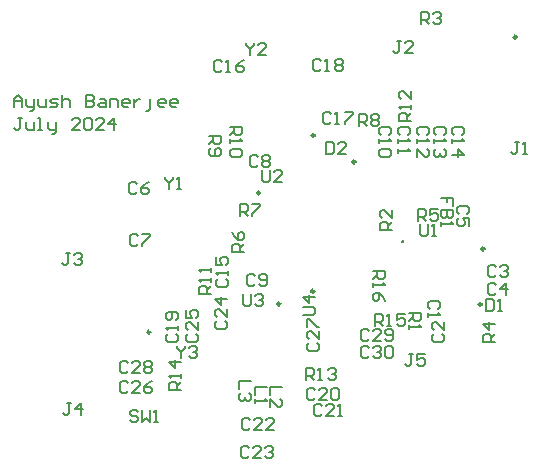
<source format=gbr>
G04*
G04 #@! TF.GenerationSoftware,Altium Limited,Altium Designer,24.8.2 (39)*
G04*
G04 Layer_Color=65535*
%FSLAX26Y26*%
%MOIN*%
G70*
G04*
G04 #@! TF.SameCoordinates,943EF9C2-7E4B-4E9F-8D88-1E315B4C2DD2*
G04*
G04*
G04 #@! TF.FilePolarity,Positive*
G04*
G01*
G75*
%ADD10C,0.009842*%
%ADD11C,0.010000*%
%ADD12C,0.006000*%
D10*
X510921Y594000D02*
G03*
X510921Y594000I-4921J0D01*
G01*
D11*
X1732000Y1578118D02*
G03*
X1732000Y1578118I-5000J0D01*
G01*
X1616000Y687000D02*
G03*
X1616000Y687000I-5000J0D01*
G01*
X1624764Y871819D02*
G03*
X1624764Y871819I-5000J0D01*
G01*
X1352236Y896000D02*
G03*
X1352236Y896000I-2236J0D01*
G01*
X1195000Y1162000D02*
G03*
X1195000Y1162000I-5000J0D01*
G01*
X877000Y1058000D02*
G03*
X877000Y1058000I-5000J0D01*
G01*
X1059000Y1250000D02*
G03*
X1059000Y1250000I-5000J0D01*
G01*
X944165Y688630D02*
G03*
X944165Y688630I-5000J0D01*
G01*
X1057232Y730472D02*
G03*
X1057232Y730472I-5000J0D01*
G01*
D12*
X56000Y1345043D02*
Y1371700D01*
X69329Y1385030D01*
X82658Y1371700D01*
Y1345043D01*
Y1365036D01*
X56000D01*
X95987Y1371700D02*
Y1351707D01*
X102652Y1345043D01*
X122645D01*
Y1338378D01*
X115981Y1331714D01*
X109316D01*
X122645Y1345043D02*
Y1371700D01*
X135974D02*
Y1351707D01*
X142639Y1345043D01*
X162632D01*
Y1371700D01*
X175961Y1345043D02*
X195955D01*
X202619Y1351707D01*
X195955Y1358371D01*
X182626D01*
X175961Y1365036D01*
X182626Y1371700D01*
X202619D01*
X215948Y1385030D02*
Y1345043D01*
Y1365036D01*
X222613Y1371700D01*
X235942D01*
X242606Y1365036D01*
Y1345043D01*
X295923Y1385030D02*
Y1345043D01*
X315916D01*
X322581Y1351707D01*
Y1358371D01*
X315916Y1365036D01*
X295923D01*
X315916D01*
X322581Y1371700D01*
Y1378365D01*
X315916Y1385030D01*
X295923D01*
X342574Y1371700D02*
X355903D01*
X362568Y1365036D01*
Y1345043D01*
X342574D01*
X335910Y1351707D01*
X342574Y1358371D01*
X362568D01*
X375897Y1345043D02*
Y1371700D01*
X395890D01*
X402555Y1365036D01*
Y1345043D01*
X435877D02*
X422548D01*
X415884Y1351707D01*
Y1365036D01*
X422548Y1371700D01*
X435877D01*
X442542Y1365036D01*
Y1358371D01*
X415884D01*
X455871Y1371700D02*
Y1345043D01*
Y1358371D01*
X462536Y1365036D01*
X469200Y1371700D01*
X475865D01*
X495858Y1331714D02*
X502523D01*
X509187Y1338378D01*
Y1371700D01*
X555839Y1345043D02*
X542510D01*
X535845Y1351707D01*
Y1365036D01*
X542510Y1371700D01*
X555839D01*
X562503Y1365036D01*
Y1358371D01*
X535845D01*
X595826Y1345043D02*
X582497D01*
X575832Y1351707D01*
Y1365036D01*
X582497Y1371700D01*
X595826D01*
X602490Y1365036D01*
Y1358371D01*
X575832D01*
X82658Y1309316D02*
X69329D01*
X75993D01*
Y1275994D01*
X69329Y1269329D01*
X62664D01*
X56000Y1275994D01*
X95987Y1295987D02*
Y1275994D01*
X102652Y1269329D01*
X122645D01*
Y1295987D01*
X135974Y1269329D02*
X149303D01*
X142639D01*
Y1309316D01*
X135974D01*
X169297Y1295987D02*
Y1275994D01*
X175961Y1269329D01*
X195955D01*
Y1262665D01*
X189290Y1256000D01*
X182626D01*
X195955Y1269329D02*
Y1295987D01*
X275929Y1269329D02*
X249271D01*
X275929Y1295987D01*
Y1302652D01*
X269264Y1309316D01*
X255935D01*
X249271Y1302652D01*
X289258D02*
X295923Y1309316D01*
X309252D01*
X315916Y1302652D01*
Y1275994D01*
X309252Y1269329D01*
X295923D01*
X289258Y1275994D01*
Y1302652D01*
X355903Y1269329D02*
X329245D01*
X355903Y1295987D01*
Y1302652D01*
X349239Y1309316D01*
X335910D01*
X329245Y1302652D01*
X389226Y1269329D02*
Y1309316D01*
X369232Y1289322D01*
X395890D01*
X1386567Y521994D02*
X1373238D01*
X1379902D01*
Y488671D01*
X1373238Y482007D01*
X1366573D01*
X1359909Y488671D01*
X1426554Y521994D02*
X1399896D01*
Y502000D01*
X1413225Y508664D01*
X1419889D01*
X1426554Y502000D01*
Y488671D01*
X1419889Y482007D01*
X1406561D01*
X1399896Y488671D01*
X242335Y857994D02*
X229006D01*
X235671D01*
Y824671D01*
X229006Y818006D01*
X222342D01*
X215678Y824671D01*
X255665Y851329D02*
X262329Y857994D01*
X275658D01*
X282323Y851329D01*
Y844664D01*
X275658Y838000D01*
X268994D01*
X275658D01*
X282323Y831336D01*
Y824671D01*
X275658Y818006D01*
X262329D01*
X255665Y824671D01*
X733635Y630111D02*
X726971Y623447D01*
Y610118D01*
X733635Y603453D01*
X760293D01*
X766958Y610118D01*
Y623447D01*
X760293Y630111D01*
X766958Y670099D02*
Y643441D01*
X740300Y670099D01*
X733635D01*
X726971Y663434D01*
Y650105D01*
X733635Y643441D01*
X766958Y703421D02*
X726971D01*
X746964Y683428D01*
Y710086D01*
X246335Y358994D02*
X233006D01*
X239671D01*
Y325671D01*
X233006Y319007D01*
X226342D01*
X219678Y325671D01*
X279658Y319007D02*
Y358994D01*
X259665Y339000D01*
X286323D01*
X598678Y547994D02*
Y541329D01*
X612006Y528000D01*
X625336Y541329D01*
Y547994D01*
X612006Y528000D02*
Y508007D01*
X638665Y541329D02*
X645329Y547994D01*
X658658D01*
X665323Y541329D01*
Y534664D01*
X658658Y528000D01*
X651994D01*
X658658D01*
X665323Y521336D01*
Y514671D01*
X658658Y508007D01*
X645329D01*
X638665Y514671D01*
X829685Y1557726D02*
Y1551061D01*
X843014Y1537732D01*
X856343Y1551061D01*
Y1557726D01*
X843014Y1537732D02*
Y1517739D01*
X896331D02*
X869673D01*
X896331Y1544397D01*
Y1551061D01*
X889666Y1557726D01*
X876337D01*
X869673Y1551061D01*
X561342Y1110994D02*
Y1104329D01*
X574671Y1091000D01*
X588000Y1104329D01*
Y1110994D01*
X574671Y1091000D02*
Y1071006D01*
X601329D02*
X614658D01*
X607994D01*
Y1110994D01*
X601329Y1104329D01*
X1019006Y650678D02*
X1052329D01*
X1058994Y657342D01*
Y670671D01*
X1052329Y677336D01*
X1019006D01*
X1058994Y710658D02*
X1019006D01*
X1039000Y690665D01*
Y717323D01*
X819678Y721994D02*
Y688671D01*
X826342Y682006D01*
X839671D01*
X846336Y688671D01*
Y721994D01*
X859665Y715329D02*
X866329Y721994D01*
X879658D01*
X886323Y715329D01*
Y708664D01*
X879658Y702000D01*
X872994D01*
X879658D01*
X886323Y695336D01*
Y688671D01*
X879658Y682006D01*
X866329D01*
X859665Y688671D01*
X884678Y1135994D02*
Y1102671D01*
X891342Y1096006D01*
X904671D01*
X911336Y1102671D01*
Y1135994D01*
X951323Y1096006D02*
X924665D01*
X951323Y1122665D01*
Y1129329D01*
X944658Y1135994D01*
X931329D01*
X924665Y1129329D01*
X1410342Y954994D02*
Y921671D01*
X1417006Y915006D01*
X1430335D01*
X1437000Y921671D01*
Y954994D01*
X1450329Y915006D02*
X1463658D01*
X1456994D01*
Y954994D01*
X1450329Y948329D01*
X471006Y328329D02*
X464342Y334994D01*
X451013D01*
X444348Y328329D01*
Y321664D01*
X451013Y315000D01*
X464342D01*
X471006Y308336D01*
Y301671D01*
X464342Y295007D01*
X451013D01*
X444348Y301671D01*
X484336Y334994D02*
Y295007D01*
X497664Y308336D01*
X510993Y295007D01*
Y334994D01*
X524323Y295007D02*
X537652D01*
X530987D01*
Y334994D01*
X524323Y328329D01*
X1253006Y799468D02*
X1292994D01*
Y779474D01*
X1286329Y772810D01*
X1273000D01*
X1266335Y779474D01*
Y799468D01*
Y786139D02*
X1253006Y772810D01*
Y759481D02*
Y746152D01*
Y752816D01*
X1292994D01*
X1286329Y759481D01*
X1292994Y699500D02*
X1286329Y712829D01*
X1273000Y726158D01*
X1259671D01*
X1253006Y719494D01*
Y706165D01*
X1259671Y699500D01*
X1266335D01*
X1273000Y706165D01*
Y726158D01*
X1259016Y614006D02*
Y653994D01*
X1279010D01*
X1285674Y647329D01*
Y634000D01*
X1279010Y627336D01*
X1259016D01*
X1272345D02*
X1285674Y614006D01*
X1299003D02*
X1312332D01*
X1305668D01*
Y653994D01*
X1299003Y647329D01*
X1358984Y653994D02*
X1332326D01*
Y634000D01*
X1345655Y640664D01*
X1352319D01*
X1358984Y634000D01*
Y620671D01*
X1352319Y614006D01*
X1338990D01*
X1332326Y620671D01*
X612994Y402016D02*
X573006D01*
Y422010D01*
X579671Y428674D01*
X593000D01*
X599664Y422010D01*
Y402016D01*
Y415345D02*
X612994Y428674D01*
Y442003D02*
Y455332D01*
Y448668D01*
X573006D01*
X579671Y442003D01*
X612994Y495319D02*
X573006D01*
X593000Y475326D01*
Y501984D01*
X1029016Y436007D02*
Y475994D01*
X1049010D01*
X1055674Y469329D01*
Y456000D01*
X1049010Y449336D01*
X1029016D01*
X1042345D02*
X1055674Y436007D01*
X1069003D02*
X1082332D01*
X1075668D01*
Y475994D01*
X1069003Y469329D01*
X1102326D02*
X1108990Y475994D01*
X1122319D01*
X1128984Y469329D01*
Y462664D01*
X1122319Y456000D01*
X1115655D01*
X1122319D01*
X1128984Y449336D01*
Y442671D01*
X1122319Y436007D01*
X1108990D01*
X1102326Y442671D01*
X1380994Y1298016D02*
X1341006D01*
Y1318010D01*
X1347671Y1324674D01*
X1361000D01*
X1367665Y1318010D01*
Y1298016D01*
Y1311345D02*
X1380994Y1324674D01*
Y1338003D02*
Y1351332D01*
Y1344668D01*
X1341006D01*
X1347671Y1338003D01*
X1380994Y1397984D02*
Y1371326D01*
X1354335Y1397984D01*
X1347671D01*
X1341006Y1391319D01*
Y1377990D01*
X1347671Y1371326D01*
X714994Y722681D02*
X675006D01*
Y742674D01*
X681671Y749339D01*
X695000D01*
X701664Y742674D01*
Y722681D01*
Y736010D02*
X714994Y749339D01*
Y762668D02*
Y775997D01*
Y769332D01*
X675006D01*
X681671Y762668D01*
X714994Y795990D02*
Y809319D01*
Y802655D01*
X675006D01*
X681671Y795990D01*
X777006Y1278984D02*
X816994D01*
Y1258990D01*
X810329Y1252326D01*
X797000D01*
X790336Y1258990D01*
Y1278984D01*
Y1265655D02*
X777006Y1252326D01*
Y1238997D02*
Y1225668D01*
Y1232332D01*
X816994D01*
X810329Y1238997D01*
Y1205674D02*
X816994Y1199010D01*
Y1185681D01*
X810329Y1179016D01*
X783671D01*
X777006Y1185681D01*
Y1199010D01*
X783671Y1205674D01*
X810329D01*
X707006Y1246322D02*
X746994D01*
Y1226329D01*
X740329Y1219665D01*
X727000D01*
X720336Y1226329D01*
Y1246322D01*
Y1232994D02*
X707006Y1219665D01*
X713671Y1206335D02*
X707006Y1199671D01*
Y1186342D01*
X713671Y1179677D01*
X740329D01*
X746994Y1186342D01*
Y1199671D01*
X740329Y1206335D01*
X733664D01*
X727000Y1199671D01*
Y1179677D01*
X1206678Y1282006D02*
Y1321994D01*
X1226671D01*
X1233335Y1315329D01*
Y1302000D01*
X1226671Y1295335D01*
X1206678D01*
X1220006D02*
X1233335Y1282006D01*
X1246665Y1315329D02*
X1253329Y1321994D01*
X1266658D01*
X1273323Y1315329D01*
Y1308665D01*
X1266658Y1302000D01*
X1273323Y1295335D01*
Y1288671D01*
X1266658Y1282006D01*
X1253329D01*
X1246665Y1288671D01*
Y1295335D01*
X1253329Y1302000D01*
X1246665Y1308665D01*
Y1315329D01*
X1253329Y1302000D02*
X1266658D01*
X809557Y979696D02*
Y1019683D01*
X829551D01*
X836215Y1013018D01*
Y999689D01*
X829551Y993024D01*
X809557D01*
X822886D02*
X836215Y979696D01*
X849544Y1019683D02*
X876202D01*
Y1013018D01*
X849544Y986360D01*
Y979696D01*
X821994Y859678D02*
X782006D01*
Y879671D01*
X788671Y886336D01*
X802000D01*
X808664Y879671D01*
Y859678D01*
Y873006D02*
X821994Y886336D01*
X782006Y926323D02*
X788671Y912994D01*
X802000Y899665D01*
X815329D01*
X821994Y906329D01*
Y919658D01*
X815329Y926323D01*
X808664D01*
X802000Y919658D01*
Y899665D01*
X1402678Y966006D02*
Y1005994D01*
X1422671D01*
X1429335Y999329D01*
Y986000D01*
X1422671Y979336D01*
X1402678D01*
X1416006D02*
X1429335Y966006D01*
X1469323Y1005994D02*
X1442665D01*
Y986000D01*
X1455994Y992664D01*
X1462658D01*
X1469323Y986000D01*
Y972671D01*
X1462658Y966006D01*
X1449329D01*
X1442665Y972671D01*
X1659994Y562678D02*
X1620006D01*
Y582671D01*
X1626671Y589336D01*
X1640000D01*
X1646665Y582671D01*
Y562678D01*
Y576006D02*
X1659994Y589336D01*
Y622658D02*
X1620006D01*
X1640000Y602665D01*
Y629323D01*
X1413678Y1621006D02*
Y1660994D01*
X1433671D01*
X1440335Y1654329D01*
Y1641000D01*
X1433671Y1634335D01*
X1413678D01*
X1427006D02*
X1440335Y1621006D01*
X1453665Y1654329D02*
X1460329Y1660994D01*
X1473658D01*
X1480323Y1654329D01*
Y1647665D01*
X1473658Y1641000D01*
X1466994D01*
X1473658D01*
X1480323Y1634335D01*
Y1627671D01*
X1473658Y1621006D01*
X1460329D01*
X1453665Y1627671D01*
X1315994Y935678D02*
X1276006D01*
Y955671D01*
X1282671Y962336D01*
X1296000D01*
X1302665Y955671D01*
Y935678D01*
Y949006D02*
X1315994Y962336D01*
Y1002323D02*
Y975665D01*
X1289335Y1002323D01*
X1282671D01*
X1276006Y995658D01*
Y982329D01*
X1282671Y975665D01*
X1373006Y658658D02*
X1412994D01*
Y638664D01*
X1406329Y632000D01*
X1393000D01*
X1386335Y638664D01*
Y658658D01*
Y645329D02*
X1373006Y632000D01*
Y618671D02*
Y605342D01*
Y612006D01*
X1412994D01*
X1406329Y618671D01*
X845994Y430322D02*
X806006D01*
Y403664D01*
X839329Y390335D02*
X845994Y383671D01*
Y370342D01*
X839329Y363677D01*
X832664D01*
X826000Y370342D01*
Y377006D01*
Y370342D01*
X819336Y363677D01*
X812671D01*
X806006Y370342D01*
Y383671D01*
X812671Y390335D01*
X949994Y412322D02*
X910006D01*
Y385664D01*
Y345677D02*
Y372335D01*
X936664Y345677D01*
X943329D01*
X949994Y352342D01*
Y365671D01*
X943329Y372335D01*
X898994Y410658D02*
X859006D01*
Y384000D01*
Y370671D02*
Y357342D01*
Y364006D01*
X898994D01*
X892329Y370671D01*
X1347335Y1562994D02*
X1334006D01*
X1340671D01*
Y1529671D01*
X1334006Y1523006D01*
X1327342D01*
X1320678Y1529671D01*
X1387323Y1523006D02*
X1360665D01*
X1387323Y1549665D01*
Y1556329D01*
X1380658Y1562994D01*
X1367329D01*
X1360665Y1556329D01*
X1740000Y1228994D02*
X1726671D01*
X1733335D01*
Y1195671D01*
X1726671Y1189006D01*
X1720006D01*
X1713342Y1195671D01*
X1753329Y1189006D02*
X1766658D01*
X1759994D01*
Y1228994D01*
X1753329Y1222329D01*
X1520994Y1015994D02*
Y1042651D01*
X1501000D01*
Y1029322D01*
Y1042651D01*
X1481006D01*
X1520994Y1002664D02*
X1481006D01*
Y982671D01*
X1487671Y976006D01*
X1494335D01*
X1501000Y982671D01*
Y1002664D01*
Y982671D01*
X1507664Y976006D01*
X1514329D01*
X1520994Y982671D01*
Y1002664D01*
X1481006Y962677D02*
Y949348D01*
Y956013D01*
X1520994D01*
X1514329Y962677D01*
X1096678Y1227994D02*
Y1188006D01*
X1116671D01*
X1123335Y1194671D01*
Y1221329D01*
X1116671Y1227994D01*
X1096678D01*
X1163323Y1188006D02*
X1136665D01*
X1163323Y1214665D01*
Y1221329D01*
X1156658Y1227994D01*
X1143329D01*
X1136665Y1221329D01*
X1629342Y705994D02*
Y666006D01*
X1649335D01*
X1656000Y672671D01*
Y699329D01*
X1649335Y705994D01*
X1629342D01*
X1669329Y666006D02*
X1682658D01*
X1675994D01*
Y705994D01*
X1669329Y699329D01*
X1240342Y541329D02*
X1233677Y547994D01*
X1220348D01*
X1213684Y541329D01*
Y514671D01*
X1220348Y508007D01*
X1233677D01*
X1240342Y514671D01*
X1253671Y541329D02*
X1260335Y547994D01*
X1273665D01*
X1280329Y541329D01*
Y534664D01*
X1273665Y528000D01*
X1267000D01*
X1273665D01*
X1280329Y521336D01*
Y514671D01*
X1273665Y508007D01*
X1260335D01*
X1253671Y514671D01*
X1293658Y541329D02*
X1300323Y547994D01*
X1313652D01*
X1320316Y541329D01*
Y514671D01*
X1313652Y508007D01*
X1300323D01*
X1293658Y514671D01*
Y541329D01*
X1239342Y596329D02*
X1232677Y602994D01*
X1219348D01*
X1212684Y596329D01*
Y569671D01*
X1219348Y563006D01*
X1232677D01*
X1239342Y569671D01*
X1279329Y563006D02*
X1252671D01*
X1279329Y589664D01*
Y596329D01*
X1272665Y602994D01*
X1259335D01*
X1252671Y596329D01*
X1292658Y569671D02*
X1299323Y563006D01*
X1312652D01*
X1319316Y569671D01*
Y596329D01*
X1312652Y602994D01*
X1299323D01*
X1292658Y596329D01*
Y589664D01*
X1299323Y583000D01*
X1319316D01*
X438342Y490329D02*
X431677Y496994D01*
X418348D01*
X411684Y490329D01*
Y463671D01*
X418348Y457007D01*
X431677D01*
X438342Y463671D01*
X478329Y457007D02*
X451671D01*
X478329Y483664D01*
Y490329D01*
X471664Y496994D01*
X458336D01*
X451671Y490329D01*
X491658D02*
X498323Y496994D01*
X511652D01*
X518316Y490329D01*
Y483664D01*
X511652Y477000D01*
X518316Y470336D01*
Y463671D01*
X511652Y457007D01*
X498323D01*
X491658Y463671D01*
Y470336D01*
X498323Y477000D01*
X491658Y483664D01*
Y490329D01*
X498323Y477000D02*
X511652D01*
X1039671Y559342D02*
X1033006Y552678D01*
Y539348D01*
X1039671Y532684D01*
X1066329D01*
X1072993Y539348D01*
Y552678D01*
X1066329Y559342D01*
X1072993Y599329D02*
Y572671D01*
X1046335Y599329D01*
X1039671D01*
X1033006Y592665D01*
Y579336D01*
X1039671Y572671D01*
X1033006Y612658D02*
Y639316D01*
X1039671D01*
X1066329Y612658D01*
X1072993D01*
X438342Y423329D02*
X431677Y429994D01*
X418348D01*
X411684Y423329D01*
Y396671D01*
X418348Y390007D01*
X431677D01*
X438342Y396671D01*
X478329Y390007D02*
X451671D01*
X478329Y416664D01*
Y423329D01*
X471664Y429994D01*
X458336D01*
X451671Y423329D01*
X518316Y429994D02*
X504987Y423329D01*
X491658Y410000D01*
Y396671D01*
X498323Y390007D01*
X511652D01*
X518316Y396671D01*
Y403336D01*
X511652Y410000D01*
X491658D01*
X635671Y586342D02*
X629006Y579678D01*
Y566348D01*
X635671Y559684D01*
X662329D01*
X668993Y566348D01*
Y579678D01*
X662329Y586342D01*
X668993Y626329D02*
Y599671D01*
X642335Y626329D01*
X635671D01*
X629006Y619665D01*
Y606336D01*
X635671Y599671D01*
X629006Y666316D02*
Y639658D01*
X649000D01*
X642335Y652987D01*
Y659652D01*
X649000Y666316D01*
X662329D01*
X668993Y659652D01*
Y646323D01*
X662329Y639658D01*
X841147Y208293D02*
X834483Y214958D01*
X821154D01*
X814489Y208293D01*
Y181635D01*
X821154Y174971D01*
X834483D01*
X841147Y181635D01*
X881134Y174971D02*
X854476D01*
X881134Y201629D01*
Y208293D01*
X874470Y214958D01*
X861141D01*
X854476Y208293D01*
X894463D02*
X901128Y214958D01*
X914457D01*
X921121Y208293D01*
Y201629D01*
X914457Y194964D01*
X907792D01*
X914457D01*
X921121Y188300D01*
Y181635D01*
X914457Y174971D01*
X901128D01*
X894463Y181635D01*
X842342Y302329D02*
X835677Y308994D01*
X822348D01*
X815684Y302329D01*
Y275671D01*
X822348Y269007D01*
X835677D01*
X842342Y275671D01*
X882329Y269007D02*
X855671D01*
X882329Y295664D01*
Y302329D01*
X875664Y308994D01*
X862336D01*
X855671Y302329D01*
X922316Y269007D02*
X895658D01*
X922316Y295664D01*
Y302329D01*
X915652Y308994D01*
X902323D01*
X895658Y302329D01*
X1082006Y347329D02*
X1075342Y353994D01*
X1062013D01*
X1055348Y347329D01*
Y320671D01*
X1062013Y314007D01*
X1075342D01*
X1082006Y320671D01*
X1121994Y314007D02*
X1095335D01*
X1121994Y340664D01*
Y347329D01*
X1115329Y353994D01*
X1102000D01*
X1095335Y347329D01*
X1135323Y314007D02*
X1148652D01*
X1141987D01*
Y353994D01*
X1135323Y347329D01*
X1061342Y402329D02*
X1054677Y408994D01*
X1041348D01*
X1034684Y402329D01*
Y375671D01*
X1041348Y369007D01*
X1054677D01*
X1061342Y375671D01*
X1101329Y369007D02*
X1074671D01*
X1101329Y395664D01*
Y402329D01*
X1094665Y408994D01*
X1081335D01*
X1074671Y402329D01*
X1114658D02*
X1121323Y408994D01*
X1134652D01*
X1141316Y402329D01*
Y375671D01*
X1134652Y369007D01*
X1121323D01*
X1114658Y375671D01*
Y402329D01*
X568671Y588674D02*
X562006Y582010D01*
Y568681D01*
X568671Y562016D01*
X595329D01*
X601994Y568681D01*
Y582010D01*
X595329Y588674D01*
X601994Y602003D02*
Y615332D01*
Y608668D01*
X562006D01*
X568671Y602003D01*
X595329Y635326D02*
X601994Y641990D01*
Y655319D01*
X595329Y661984D01*
X568671D01*
X562006Y655319D01*
Y641990D01*
X568671Y635326D01*
X575336D01*
X582000Y641990D01*
Y661984D01*
X1078674Y1499329D02*
X1072010Y1505994D01*
X1058681D01*
X1052016Y1499329D01*
Y1472671D01*
X1058681Y1466006D01*
X1072010D01*
X1078674Y1472671D01*
X1092003Y1466006D02*
X1105332D01*
X1098668D01*
Y1505994D01*
X1092003Y1499329D01*
X1125326D02*
X1131990Y1505994D01*
X1145319D01*
X1151984Y1499329D01*
Y1492665D01*
X1145319Y1486000D01*
X1151984Y1479335D01*
Y1472671D01*
X1145319Y1466006D01*
X1131990D01*
X1125326Y1472671D01*
Y1479335D01*
X1131990Y1486000D01*
X1125326Y1492665D01*
Y1499329D01*
X1131990Y1486000D02*
X1145319D01*
X1114674Y1322329D02*
X1108010Y1328994D01*
X1094681D01*
X1088016Y1322329D01*
Y1295671D01*
X1094681Y1289006D01*
X1108010D01*
X1114674Y1295671D01*
X1128003Y1289006D02*
X1141332D01*
X1134668D01*
Y1328994D01*
X1128003Y1322329D01*
X1161326Y1328994D02*
X1187984D01*
Y1322329D01*
X1161326Y1295671D01*
Y1289006D01*
X751674Y1495329D02*
X745010Y1501994D01*
X731681D01*
X725016Y1495329D01*
Y1468671D01*
X731681Y1462006D01*
X745010D01*
X751674Y1468671D01*
X765003Y1462006D02*
X778332D01*
X771668D01*
Y1501994D01*
X765003Y1495329D01*
X824984Y1501994D02*
X811655Y1495329D01*
X798326Y1482000D01*
Y1468671D01*
X804990Y1462006D01*
X818319D01*
X824984Y1468671D01*
Y1475335D01*
X818319Y1482000D01*
X798326D01*
X736671Y770674D02*
X730006Y764010D01*
Y750681D01*
X736671Y744016D01*
X763329D01*
X769994Y750681D01*
Y764010D01*
X763329Y770674D01*
X769994Y784003D02*
Y797332D01*
Y790668D01*
X730006D01*
X736671Y784003D01*
X730006Y843984D02*
Y817326D01*
X750000D01*
X743336Y830655D01*
Y837319D01*
X750000Y843984D01*
X763329D01*
X769994Y837319D01*
Y823990D01*
X763329Y817326D01*
X1551329Y1250326D02*
X1557994Y1256990D01*
Y1270319D01*
X1551329Y1276984D01*
X1524671D01*
X1518006Y1270319D01*
Y1256990D01*
X1524671Y1250326D01*
X1518006Y1236997D02*
Y1223668D01*
Y1230332D01*
X1557994D01*
X1551329Y1236997D01*
X1518006Y1183681D02*
X1557994D01*
X1538000Y1203674D01*
Y1177016D01*
X1491329Y1250326D02*
X1497994Y1256990D01*
Y1270319D01*
X1491329Y1276984D01*
X1464671D01*
X1458006Y1270319D01*
Y1256990D01*
X1464671Y1250326D01*
X1458006Y1236997D02*
Y1223668D01*
Y1230332D01*
X1497994D01*
X1491329Y1236997D01*
Y1203674D02*
X1497994Y1197010D01*
Y1183681D01*
X1491329Y1177016D01*
X1484665D01*
X1478000Y1183681D01*
Y1190345D01*
Y1183681D01*
X1471335Y1177016D01*
X1464671D01*
X1458006Y1183681D01*
Y1197010D01*
X1464671Y1203674D01*
X1432329Y1250326D02*
X1438994Y1256990D01*
Y1270319D01*
X1432329Y1276984D01*
X1405671D01*
X1399006Y1270319D01*
Y1256990D01*
X1405671Y1250326D01*
X1399006Y1236997D02*
Y1223668D01*
Y1230332D01*
X1438994D01*
X1432329Y1236997D01*
X1399006Y1177016D02*
Y1203674D01*
X1425665Y1177016D01*
X1432329D01*
X1438994Y1183681D01*
Y1197010D01*
X1432329Y1203674D01*
X1370329Y1250661D02*
X1376994Y1257326D01*
Y1270655D01*
X1370329Y1277319D01*
X1343671D01*
X1337006Y1270655D01*
Y1257326D01*
X1343671Y1250661D01*
X1337006Y1237332D02*
Y1224003D01*
Y1230668D01*
X1376994D01*
X1370329Y1237332D01*
X1337006Y1204010D02*
Y1190681D01*
Y1197345D01*
X1376994D01*
X1370329Y1204010D01*
X1307329Y1251326D02*
X1313994Y1257990D01*
Y1271319D01*
X1307329Y1277984D01*
X1280671D01*
X1274006Y1271319D01*
Y1257990D01*
X1280671Y1251326D01*
X1274006Y1237997D02*
Y1224668D01*
Y1231332D01*
X1313994D01*
X1307329Y1237997D01*
Y1204674D02*
X1313994Y1198010D01*
Y1184681D01*
X1307329Y1178016D01*
X1280671D01*
X1274006Y1184681D01*
Y1198010D01*
X1280671Y1204674D01*
X1307329D01*
X859336Y782329D02*
X852671Y788994D01*
X839342D01*
X832678Y782329D01*
Y755671D01*
X839342Y749006D01*
X852671D01*
X859336Y755671D01*
X872665D02*
X879329Y749006D01*
X892658D01*
X899323Y755671D01*
Y782329D01*
X892658Y788994D01*
X879329D01*
X872665Y782329D01*
Y775664D01*
X879329Y769000D01*
X899323D01*
X869336Y1179329D02*
X862671Y1185994D01*
X849342D01*
X842678Y1179329D01*
Y1152671D01*
X849342Y1146006D01*
X862671D01*
X869336Y1152671D01*
X882665Y1179329D02*
X889329Y1185994D01*
X902658D01*
X909323Y1179329D01*
Y1172665D01*
X902658Y1166000D01*
X909323Y1159335D01*
Y1152671D01*
X902658Y1146006D01*
X889329D01*
X882665Y1152671D01*
Y1159335D01*
X889329Y1166000D01*
X882665Y1172665D01*
Y1179329D01*
X889329Y1166000D02*
X902658D01*
X469336Y914329D02*
X462671Y920994D01*
X449342D01*
X442678Y914329D01*
Y887671D01*
X449342Y881006D01*
X462671D01*
X469336Y887671D01*
X482665Y920994D02*
X509323D01*
Y914329D01*
X482665Y887671D01*
Y881006D01*
X468336Y1089329D02*
X461671Y1095994D01*
X448342D01*
X441678Y1089329D01*
Y1062671D01*
X448342Y1056006D01*
X461671D01*
X468336Y1062671D01*
X508323Y1095994D02*
X494994Y1089329D01*
X481665Y1076000D01*
Y1062671D01*
X488329Y1056006D01*
X501658D01*
X508323Y1062671D01*
Y1069335D01*
X501658Y1076000D01*
X481665D01*
X1568329Y987664D02*
X1574994Y994329D01*
Y1007658D01*
X1568329Y1014322D01*
X1541671D01*
X1535006Y1007658D01*
Y994329D01*
X1541671Y987664D01*
X1574994Y947677D02*
Y974335D01*
X1555000D01*
X1561665Y961006D01*
Y954342D01*
X1555000Y947677D01*
X1541671D01*
X1535006Y954342D01*
Y967671D01*
X1541671Y974335D01*
X1664335Y751329D02*
X1657671Y757994D01*
X1644342D01*
X1637678Y751329D01*
Y724671D01*
X1644342Y718006D01*
X1657671D01*
X1664335Y724671D01*
X1697658Y718006D02*
Y757994D01*
X1677665Y738000D01*
X1704323D01*
X1664905Y811329D02*
X1658241Y817994D01*
X1644911D01*
X1638247Y811329D01*
Y784671D01*
X1644911Y778006D01*
X1658241D01*
X1664905Y784671D01*
X1678234Y811329D02*
X1684899Y817994D01*
X1698228D01*
X1704892Y811329D01*
Y804664D01*
X1698228Y798000D01*
X1691563D01*
X1698228D01*
X1704892Y791336D01*
Y784671D01*
X1698228Y778006D01*
X1684899D01*
X1678234Y784671D01*
X1455671Y586336D02*
X1449006Y579671D01*
Y566342D01*
X1455671Y559678D01*
X1482329D01*
X1488994Y566342D01*
Y579671D01*
X1482329Y586336D01*
X1488994Y626323D02*
Y599665D01*
X1462335Y626323D01*
X1455671D01*
X1449006Y619658D01*
Y606329D01*
X1455671Y599665D01*
X1470329Y672000D02*
X1476994Y678664D01*
Y691994D01*
X1470329Y698658D01*
X1443671D01*
X1437006Y691994D01*
Y678664D01*
X1443671Y672000D01*
X1437006Y658671D02*
Y645342D01*
Y652006D01*
X1476994D01*
X1470329Y658671D01*
M02*

</source>
